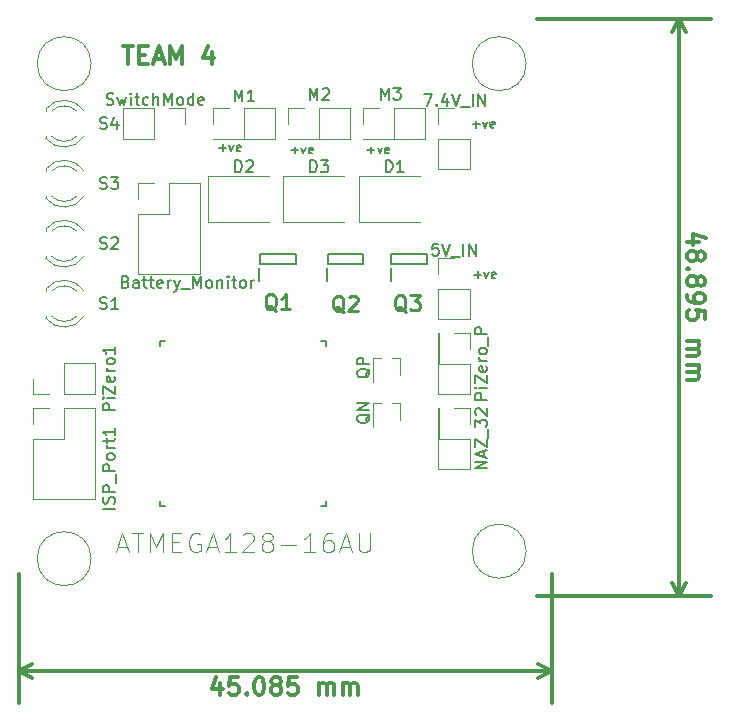
<source format=gto>
G04 #@! TF.FileFunction,Legend,Top*
%FSLAX46Y46*%
G04 Gerber Fmt 4.6, Leading zero omitted, Abs format (unit mm)*
G04 Created by KiCad (PCBNEW 4.0.7) date 04/11/18 21:21:16*
%MOMM*%
%LPD*%
G01*
G04 APERTURE LIST*
%ADD10C,0.100000*%
%ADD11C,0.300000*%
%ADD12C,0.187500*%
%ADD13C,0.120000*%
%ADD14C,0.200000*%
%ADD15C,0.152400*%
%ADD16C,0.150000*%
%ADD17C,0.254000*%
%ADD18C,0.050000*%
G04 APERTURE END LIST*
D10*
D11*
X146582501Y-129933571D02*
X146582501Y-130933571D01*
X146225358Y-129362143D02*
X145868215Y-130433571D01*
X146796787Y-130433571D01*
X148082501Y-129433571D02*
X147368215Y-129433571D01*
X147296786Y-130147857D01*
X147368215Y-130076429D01*
X147511072Y-130005000D01*
X147868215Y-130005000D01*
X148011072Y-130076429D01*
X148082501Y-130147857D01*
X148153929Y-130290714D01*
X148153929Y-130647857D01*
X148082501Y-130790714D01*
X148011072Y-130862143D01*
X147868215Y-130933571D01*
X147511072Y-130933571D01*
X147368215Y-130862143D01*
X147296786Y-130790714D01*
X148796786Y-130790714D02*
X148868214Y-130862143D01*
X148796786Y-130933571D01*
X148725357Y-130862143D01*
X148796786Y-130790714D01*
X148796786Y-130933571D01*
X149796786Y-129433571D02*
X149939643Y-129433571D01*
X150082500Y-129505000D01*
X150153929Y-129576429D01*
X150225358Y-129719286D01*
X150296786Y-130005000D01*
X150296786Y-130362143D01*
X150225358Y-130647857D01*
X150153929Y-130790714D01*
X150082500Y-130862143D01*
X149939643Y-130933571D01*
X149796786Y-130933571D01*
X149653929Y-130862143D01*
X149582500Y-130790714D01*
X149511072Y-130647857D01*
X149439643Y-130362143D01*
X149439643Y-130005000D01*
X149511072Y-129719286D01*
X149582500Y-129576429D01*
X149653929Y-129505000D01*
X149796786Y-129433571D01*
X151153929Y-130076429D02*
X151011071Y-130005000D01*
X150939643Y-129933571D01*
X150868214Y-129790714D01*
X150868214Y-129719286D01*
X150939643Y-129576429D01*
X151011071Y-129505000D01*
X151153929Y-129433571D01*
X151439643Y-129433571D01*
X151582500Y-129505000D01*
X151653929Y-129576429D01*
X151725357Y-129719286D01*
X151725357Y-129790714D01*
X151653929Y-129933571D01*
X151582500Y-130005000D01*
X151439643Y-130076429D01*
X151153929Y-130076429D01*
X151011071Y-130147857D01*
X150939643Y-130219286D01*
X150868214Y-130362143D01*
X150868214Y-130647857D01*
X150939643Y-130790714D01*
X151011071Y-130862143D01*
X151153929Y-130933571D01*
X151439643Y-130933571D01*
X151582500Y-130862143D01*
X151653929Y-130790714D01*
X151725357Y-130647857D01*
X151725357Y-130362143D01*
X151653929Y-130219286D01*
X151582500Y-130147857D01*
X151439643Y-130076429D01*
X153082500Y-129433571D02*
X152368214Y-129433571D01*
X152296785Y-130147857D01*
X152368214Y-130076429D01*
X152511071Y-130005000D01*
X152868214Y-130005000D01*
X153011071Y-130076429D01*
X153082500Y-130147857D01*
X153153928Y-130290714D01*
X153153928Y-130647857D01*
X153082500Y-130790714D01*
X153011071Y-130862143D01*
X152868214Y-130933571D01*
X152511071Y-130933571D01*
X152368214Y-130862143D01*
X152296785Y-130790714D01*
X154939642Y-130933571D02*
X154939642Y-129933571D01*
X154939642Y-130076429D02*
X155011070Y-130005000D01*
X155153928Y-129933571D01*
X155368213Y-129933571D01*
X155511070Y-130005000D01*
X155582499Y-130147857D01*
X155582499Y-130933571D01*
X155582499Y-130147857D02*
X155653928Y-130005000D01*
X155796785Y-129933571D01*
X156011070Y-129933571D01*
X156153928Y-130005000D01*
X156225356Y-130147857D01*
X156225356Y-130933571D01*
X156939642Y-130933571D02*
X156939642Y-129933571D01*
X156939642Y-130076429D02*
X157011070Y-130005000D01*
X157153928Y-129933571D01*
X157368213Y-129933571D01*
X157511070Y-130005000D01*
X157582499Y-130147857D01*
X157582499Y-130933571D01*
X157582499Y-130147857D02*
X157653928Y-130005000D01*
X157796785Y-129933571D01*
X158011070Y-129933571D01*
X158153928Y-130005000D01*
X158225356Y-130147857D01*
X158225356Y-130933571D01*
X174625000Y-128905000D02*
X129540000Y-128905000D01*
X174625000Y-120650000D02*
X174625000Y-131605000D01*
X129540000Y-120650000D02*
X129540000Y-131605000D01*
X129540000Y-128905000D02*
X130666504Y-128318579D01*
X129540000Y-128905000D02*
X130666504Y-129491421D01*
X174625000Y-128905000D02*
X173498496Y-128318579D01*
X174625000Y-128905000D02*
X173498496Y-129491421D01*
X187091429Y-92607501D02*
X186091429Y-92607501D01*
X187662857Y-92250358D02*
X186591429Y-91893215D01*
X186591429Y-92821787D01*
X186948571Y-93607501D02*
X187020000Y-93464643D01*
X187091429Y-93393215D01*
X187234286Y-93321786D01*
X187305714Y-93321786D01*
X187448571Y-93393215D01*
X187520000Y-93464643D01*
X187591429Y-93607501D01*
X187591429Y-93893215D01*
X187520000Y-94036072D01*
X187448571Y-94107501D01*
X187305714Y-94178929D01*
X187234286Y-94178929D01*
X187091429Y-94107501D01*
X187020000Y-94036072D01*
X186948571Y-93893215D01*
X186948571Y-93607501D01*
X186877143Y-93464643D01*
X186805714Y-93393215D01*
X186662857Y-93321786D01*
X186377143Y-93321786D01*
X186234286Y-93393215D01*
X186162857Y-93464643D01*
X186091429Y-93607501D01*
X186091429Y-93893215D01*
X186162857Y-94036072D01*
X186234286Y-94107501D01*
X186377143Y-94178929D01*
X186662857Y-94178929D01*
X186805714Y-94107501D01*
X186877143Y-94036072D01*
X186948571Y-93893215D01*
X186234286Y-94821786D02*
X186162857Y-94893214D01*
X186091429Y-94821786D01*
X186162857Y-94750357D01*
X186234286Y-94821786D01*
X186091429Y-94821786D01*
X186948571Y-95750358D02*
X187020000Y-95607500D01*
X187091429Y-95536072D01*
X187234286Y-95464643D01*
X187305714Y-95464643D01*
X187448571Y-95536072D01*
X187520000Y-95607500D01*
X187591429Y-95750358D01*
X187591429Y-96036072D01*
X187520000Y-96178929D01*
X187448571Y-96250358D01*
X187305714Y-96321786D01*
X187234286Y-96321786D01*
X187091429Y-96250358D01*
X187020000Y-96178929D01*
X186948571Y-96036072D01*
X186948571Y-95750358D01*
X186877143Y-95607500D01*
X186805714Y-95536072D01*
X186662857Y-95464643D01*
X186377143Y-95464643D01*
X186234286Y-95536072D01*
X186162857Y-95607500D01*
X186091429Y-95750358D01*
X186091429Y-96036072D01*
X186162857Y-96178929D01*
X186234286Y-96250358D01*
X186377143Y-96321786D01*
X186662857Y-96321786D01*
X186805714Y-96250358D01*
X186877143Y-96178929D01*
X186948571Y-96036072D01*
X186091429Y-97036071D02*
X186091429Y-97321786D01*
X186162857Y-97464643D01*
X186234286Y-97536071D01*
X186448571Y-97678929D01*
X186734286Y-97750357D01*
X187305714Y-97750357D01*
X187448571Y-97678929D01*
X187520000Y-97607500D01*
X187591429Y-97464643D01*
X187591429Y-97178929D01*
X187520000Y-97036071D01*
X187448571Y-96964643D01*
X187305714Y-96893214D01*
X186948571Y-96893214D01*
X186805714Y-96964643D01*
X186734286Y-97036071D01*
X186662857Y-97178929D01*
X186662857Y-97464643D01*
X186734286Y-97607500D01*
X186805714Y-97678929D01*
X186948571Y-97750357D01*
X187591429Y-99107500D02*
X187591429Y-98393214D01*
X186877143Y-98321785D01*
X186948571Y-98393214D01*
X187020000Y-98536071D01*
X187020000Y-98893214D01*
X186948571Y-99036071D01*
X186877143Y-99107500D01*
X186734286Y-99178928D01*
X186377143Y-99178928D01*
X186234286Y-99107500D01*
X186162857Y-99036071D01*
X186091429Y-98893214D01*
X186091429Y-98536071D01*
X186162857Y-98393214D01*
X186234286Y-98321785D01*
X186091429Y-100964642D02*
X187091429Y-100964642D01*
X186948571Y-100964642D02*
X187020000Y-101036070D01*
X187091429Y-101178928D01*
X187091429Y-101393213D01*
X187020000Y-101536070D01*
X186877143Y-101607499D01*
X186091429Y-101607499D01*
X186877143Y-101607499D02*
X187020000Y-101678928D01*
X187091429Y-101821785D01*
X187091429Y-102036070D01*
X187020000Y-102178928D01*
X186877143Y-102250356D01*
X186091429Y-102250356D01*
X186091429Y-102964642D02*
X187091429Y-102964642D01*
X186948571Y-102964642D02*
X187020000Y-103036070D01*
X187091429Y-103178928D01*
X187091429Y-103393213D01*
X187020000Y-103536070D01*
X186877143Y-103607499D01*
X186091429Y-103607499D01*
X186877143Y-103607499D02*
X187020000Y-103678928D01*
X187091429Y-103821785D01*
X187091429Y-104036070D01*
X187020000Y-104178928D01*
X186877143Y-104250356D01*
X186091429Y-104250356D01*
X185420000Y-73660000D02*
X185420000Y-122555000D01*
X173355000Y-73660000D02*
X188120000Y-73660000D01*
X173355000Y-122555000D02*
X188120000Y-122555000D01*
X185420000Y-122555000D02*
X184833579Y-121428496D01*
X185420000Y-122555000D02*
X186006421Y-121428496D01*
X185420000Y-73660000D02*
X184833579Y-74786504D01*
X185420000Y-73660000D02*
X186006421Y-74786504D01*
X138347143Y-76013571D02*
X139204286Y-76013571D01*
X138775715Y-77513571D02*
X138775715Y-76013571D01*
X139704286Y-76727857D02*
X140204286Y-76727857D01*
X140418572Y-77513571D02*
X139704286Y-77513571D01*
X139704286Y-76013571D01*
X140418572Y-76013571D01*
X140990000Y-77085000D02*
X141704286Y-77085000D01*
X140847143Y-77513571D02*
X141347143Y-76013571D01*
X141847143Y-77513571D01*
X142347143Y-77513571D02*
X142347143Y-76013571D01*
X142847143Y-77085000D01*
X143347143Y-76013571D01*
X143347143Y-77513571D01*
X145847143Y-76513571D02*
X145847143Y-77513571D01*
X145490000Y-75942143D02*
X145132857Y-77013571D01*
X146061429Y-77013571D01*
D12*
X159025543Y-84787971D02*
X159596972Y-84787971D01*
X159311258Y-85073686D02*
X159311258Y-84502257D01*
X159882686Y-84573686D02*
X160061257Y-85073686D01*
X160239829Y-84573686D01*
X160811258Y-85037971D02*
X160739829Y-85073686D01*
X160596972Y-85073686D01*
X160525543Y-85037971D01*
X160489829Y-84966543D01*
X160489829Y-84680829D01*
X160525543Y-84609400D01*
X160596972Y-84573686D01*
X160739829Y-84573686D01*
X160811258Y-84609400D01*
X160846972Y-84680829D01*
X160846972Y-84752257D01*
X160489829Y-84823686D01*
X152573943Y-84787971D02*
X153145372Y-84787971D01*
X152859658Y-85073686D02*
X152859658Y-84502257D01*
X153431086Y-84573686D02*
X153609657Y-85073686D01*
X153788229Y-84573686D01*
X154359658Y-85037971D02*
X154288229Y-85073686D01*
X154145372Y-85073686D01*
X154073943Y-85037971D01*
X154038229Y-84966543D01*
X154038229Y-84680829D01*
X154073943Y-84609400D01*
X154145372Y-84573686D01*
X154288229Y-84573686D01*
X154359658Y-84609400D01*
X154395372Y-84680829D01*
X154395372Y-84752257D01*
X154038229Y-84823686D01*
X146477943Y-84584771D02*
X147049372Y-84584771D01*
X146763658Y-84870486D02*
X146763658Y-84299057D01*
X147335086Y-84370486D02*
X147513657Y-84870486D01*
X147692229Y-84370486D01*
X148263658Y-84834771D02*
X148192229Y-84870486D01*
X148049372Y-84870486D01*
X147977943Y-84834771D01*
X147942229Y-84763343D01*
X147942229Y-84477629D01*
X147977943Y-84406200D01*
X148049372Y-84370486D01*
X148192229Y-84370486D01*
X148263658Y-84406200D01*
X148299372Y-84477629D01*
X148299372Y-84549057D01*
X147942229Y-84620486D01*
X168067943Y-95354371D02*
X168639372Y-95354371D01*
X168353658Y-95640086D02*
X168353658Y-95068657D01*
X168925086Y-95140086D02*
X169103657Y-95640086D01*
X169282229Y-95140086D01*
X169853658Y-95604371D02*
X169782229Y-95640086D01*
X169639372Y-95640086D01*
X169567943Y-95604371D01*
X169532229Y-95532943D01*
X169532229Y-95247229D01*
X169567943Y-95175800D01*
X169639372Y-95140086D01*
X169782229Y-95140086D01*
X169853658Y-95175800D01*
X169889372Y-95247229D01*
X169889372Y-95318657D01*
X169532229Y-95390086D01*
X167966343Y-82603571D02*
X168537772Y-82603571D01*
X168252058Y-82889286D02*
X168252058Y-82317857D01*
X168823486Y-82389286D02*
X169002057Y-82889286D01*
X169180629Y-82389286D01*
X169752058Y-82853571D02*
X169680629Y-82889286D01*
X169537772Y-82889286D01*
X169466343Y-82853571D01*
X169430629Y-82782143D01*
X169430629Y-82496429D01*
X169466343Y-82425000D01*
X169537772Y-82389286D01*
X169680629Y-82389286D01*
X169752058Y-82425000D01*
X169787772Y-82496429D01*
X169787772Y-82567857D01*
X169430629Y-82639286D01*
D13*
X135636000Y-77470000D02*
G75*
G03X135636000Y-77470000I-2286000J0D01*
G01*
X135636000Y-119380000D02*
G75*
G03X135636000Y-119380000I-2286000J0D01*
G01*
X172466000Y-77470000D02*
G75*
G03X172466000Y-77470000I-2286000J0D01*
G01*
X135022335Y-96711392D02*
G75*
G03X131790000Y-96554484I-1672335J-1078608D01*
G01*
X135022335Y-98868608D02*
G75*
G02X131790000Y-99025516I-1672335J1078608D01*
G01*
X134391130Y-96710163D02*
G75*
G03X132309039Y-96710000I-1041130J-1079837D01*
G01*
X134391130Y-98869837D02*
G75*
G02X132309039Y-98870000I-1041130J1079837D01*
G01*
X131790000Y-96554000D02*
X131790000Y-96710000D01*
X131790000Y-98870000D02*
X131790000Y-99026000D01*
X135022335Y-91631392D02*
G75*
G03X131790000Y-91474484I-1672335J-1078608D01*
G01*
X135022335Y-93788608D02*
G75*
G02X131790000Y-93945516I-1672335J1078608D01*
G01*
X134391130Y-91630163D02*
G75*
G03X132309039Y-91630000I-1041130J-1079837D01*
G01*
X134391130Y-93789837D02*
G75*
G02X132309039Y-93790000I-1041130J1079837D01*
G01*
X131790000Y-91474000D02*
X131790000Y-91630000D01*
X131790000Y-93790000D02*
X131790000Y-93946000D01*
X135022335Y-81471392D02*
G75*
G03X131790000Y-81314484I-1672335J-1078608D01*
G01*
X135022335Y-83628608D02*
G75*
G02X131790000Y-83785516I-1672335J1078608D01*
G01*
X134391130Y-81470163D02*
G75*
G03X132309039Y-81470000I-1041130J-1079837D01*
G01*
X134391130Y-83629837D02*
G75*
G02X132309039Y-83630000I-1041130J1079837D01*
G01*
X131790000Y-81314000D02*
X131790000Y-81470000D01*
X131790000Y-83630000D02*
X131790000Y-83786000D01*
X135022335Y-86551392D02*
G75*
G03X131790000Y-86394484I-1672335J-1078608D01*
G01*
X135022335Y-88708608D02*
G75*
G02X131790000Y-88865516I-1672335J1078608D01*
G01*
X134391130Y-86550163D02*
G75*
G03X132309039Y-86550000I-1041130J-1079837D01*
G01*
X134391130Y-88709837D02*
G75*
G02X132309039Y-88710000I-1041130J1079837D01*
G01*
X131790000Y-86394000D02*
X131790000Y-86550000D01*
X131790000Y-88710000D02*
X131790000Y-88866000D01*
X139640000Y-95310000D02*
X144840000Y-95310000D01*
X139640000Y-90170000D02*
X139640000Y-95310000D01*
X144840000Y-87570000D02*
X144840000Y-95310000D01*
X139640000Y-90170000D02*
X142240000Y-90170000D01*
X142240000Y-90170000D02*
X142240000Y-87570000D01*
X142240000Y-87570000D02*
X144840000Y-87570000D01*
X139640000Y-88900000D02*
X139640000Y-87570000D01*
X139640000Y-87570000D02*
X140970000Y-87570000D01*
X130750000Y-114360000D02*
X135950000Y-114360000D01*
X130750000Y-109220000D02*
X130750000Y-114360000D01*
X135950000Y-106620000D02*
X135950000Y-114360000D01*
X130750000Y-109220000D02*
X133350000Y-109220000D01*
X133350000Y-109220000D02*
X133350000Y-106620000D01*
X133350000Y-106620000D02*
X135950000Y-106620000D01*
X130750000Y-107950000D02*
X130750000Y-106620000D01*
X130750000Y-106620000D02*
X132080000Y-106620000D01*
X135950000Y-105470000D02*
X135950000Y-102810000D01*
X133350000Y-105470000D02*
X135950000Y-105470000D01*
X133350000Y-102810000D02*
X135950000Y-102810000D01*
X133350000Y-105470000D02*
X133350000Y-102810000D01*
X132080000Y-105470000D02*
X130750000Y-105470000D01*
X130750000Y-105470000D02*
X130750000Y-104140000D01*
D14*
X161048000Y-94410000D02*
X161048000Y-93610000D01*
X161048000Y-93610000D02*
X164072000Y-93610000D01*
X164072000Y-93610000D02*
X164072000Y-94410000D01*
X164072000Y-94410000D02*
X161048000Y-94410000D01*
X160985000Y-95860000D02*
X160985000Y-94760000D01*
D13*
X161140000Y-106220000D02*
X161800000Y-106220000D01*
X159480000Y-106220000D02*
X160140000Y-106220000D01*
X159480000Y-106220000D02*
X159480000Y-108250000D01*
X161800000Y-107630000D02*
X161800000Y-106220000D01*
D14*
X149938000Y-94410000D02*
X149938000Y-93610000D01*
X149938000Y-93610000D02*
X152962000Y-93610000D01*
X152962000Y-93610000D02*
X152962000Y-94410000D01*
X152962000Y-94410000D02*
X149938000Y-94410000D01*
X149875000Y-95860000D02*
X149875000Y-94760000D01*
D13*
X161140000Y-102410000D02*
X161800000Y-102410000D01*
X159480000Y-102410000D02*
X160140000Y-102410000D01*
X159480000Y-102410000D02*
X159480000Y-104440000D01*
X161800000Y-103820000D02*
X161800000Y-102410000D01*
D14*
X155648000Y-94410000D02*
X155648000Y-93610000D01*
X155648000Y-93610000D02*
X158672000Y-93610000D01*
X158672000Y-93610000D02*
X158672000Y-94410000D01*
X158672000Y-94410000D02*
X155648000Y-94410000D01*
X155585000Y-95860000D02*
X155585000Y-94760000D01*
D15*
X141490700Y-114528600D02*
X141490700Y-114960400D01*
X155079700Y-114960400D02*
X155511500Y-114960400D01*
X155511500Y-101371400D02*
X155511500Y-100939600D01*
X141922500Y-100939600D02*
X141490700Y-100939600D01*
X141490700Y-114960400D02*
X141922500Y-114960400D01*
X155511500Y-114960400D02*
X155511500Y-114528600D01*
X155511500Y-100939600D02*
X155079700Y-100939600D01*
X141490700Y-100939600D02*
X141490700Y-101371400D01*
D13*
X151910000Y-86950000D02*
X151910000Y-90850000D01*
X151910000Y-90850000D02*
X157060000Y-90850000D01*
X151910000Y-86950000D02*
X157060000Y-86950000D01*
X145560000Y-86950000D02*
X145560000Y-90850000D01*
X145560000Y-90850000D02*
X150710000Y-90850000D01*
X145560000Y-86950000D02*
X150710000Y-86950000D01*
X158320000Y-86950000D02*
X158320000Y-90850000D01*
X158320000Y-90850000D02*
X163470000Y-90850000D01*
X158320000Y-86950000D02*
X163470000Y-86950000D01*
X145990000Y-83880000D02*
X151190000Y-83880000D01*
X145990000Y-83820000D02*
X145990000Y-83880000D01*
X151190000Y-81220000D02*
X151190000Y-83880000D01*
X145990000Y-83820000D02*
X148590000Y-83820000D01*
X148590000Y-83820000D02*
X148590000Y-81220000D01*
X148590000Y-81220000D02*
X151190000Y-81220000D01*
X145990000Y-82550000D02*
X145990000Y-81220000D01*
X145990000Y-81220000D02*
X147320000Y-81220000D01*
X152340000Y-83880000D02*
X157540000Y-83880000D01*
X152340000Y-83820000D02*
X152340000Y-83880000D01*
X157540000Y-81220000D02*
X157540000Y-83880000D01*
X152340000Y-83820000D02*
X154940000Y-83820000D01*
X154940000Y-83820000D02*
X154940000Y-81220000D01*
X154940000Y-81220000D02*
X157540000Y-81220000D01*
X152340000Y-82550000D02*
X152340000Y-81220000D01*
X152340000Y-81220000D02*
X153670000Y-81220000D01*
X158690000Y-83880000D02*
X163890000Y-83880000D01*
X158690000Y-83820000D02*
X158690000Y-83880000D01*
X163890000Y-81220000D02*
X163890000Y-83880000D01*
X158690000Y-83820000D02*
X161290000Y-83820000D01*
X161290000Y-83820000D02*
X161290000Y-81220000D01*
X161290000Y-81220000D02*
X163890000Y-81220000D01*
X158690000Y-82550000D02*
X158690000Y-81220000D01*
X158690000Y-81220000D02*
X160020000Y-81220000D01*
X165040000Y-100270000D02*
X165040000Y-105470000D01*
X165100000Y-100270000D02*
X165040000Y-100270000D01*
X167700000Y-105470000D02*
X165040000Y-105470000D01*
X165100000Y-100270000D02*
X165100000Y-102870000D01*
X165100000Y-102870000D02*
X167700000Y-102870000D01*
X167700000Y-102870000D02*
X167700000Y-105470000D01*
X166370000Y-100270000D02*
X167700000Y-100270000D01*
X167700000Y-100270000D02*
X167700000Y-101600000D01*
X165040000Y-106620000D02*
X165040000Y-111820000D01*
X165100000Y-106620000D02*
X165040000Y-106620000D01*
X167700000Y-111820000D02*
X165040000Y-111820000D01*
X165100000Y-106620000D02*
X165100000Y-109220000D01*
X165100000Y-109220000D02*
X167700000Y-109220000D01*
X167700000Y-109220000D02*
X167700000Y-111820000D01*
X166370000Y-106620000D02*
X167700000Y-106620000D01*
X167700000Y-106620000D02*
X167700000Y-107950000D01*
X165040000Y-99120000D02*
X167700000Y-99120000D01*
X165040000Y-96520000D02*
X165040000Y-99120000D01*
X167700000Y-96520000D02*
X167700000Y-99120000D01*
X165040000Y-96520000D02*
X167700000Y-96520000D01*
X165040000Y-95250000D02*
X165040000Y-93920000D01*
X165040000Y-93920000D02*
X166370000Y-93920000D01*
X165040000Y-86420000D02*
X167700000Y-86420000D01*
X165040000Y-83820000D02*
X165040000Y-86420000D01*
X167700000Y-83820000D02*
X167700000Y-86420000D01*
X165040000Y-83820000D02*
X167700000Y-83820000D01*
X165040000Y-82550000D02*
X165040000Y-81220000D01*
X165040000Y-81220000D02*
X166370000Y-81220000D01*
X138370000Y-81220000D02*
X138370000Y-83880000D01*
X140970000Y-81220000D02*
X138370000Y-81220000D01*
X140970000Y-83880000D02*
X138370000Y-83880000D01*
X140970000Y-81220000D02*
X140970000Y-83880000D01*
X142240000Y-81220000D02*
X143570000Y-81220000D01*
X143570000Y-81220000D02*
X143570000Y-82550000D01*
X172466000Y-118745000D02*
G75*
G03X172466000Y-118745000I-2286000J0D01*
G01*
D16*
X136398095Y-98194762D02*
X136540952Y-98242381D01*
X136779048Y-98242381D01*
X136874286Y-98194762D01*
X136921905Y-98147143D01*
X136969524Y-98051905D01*
X136969524Y-97956667D01*
X136921905Y-97861429D01*
X136874286Y-97813810D01*
X136779048Y-97766190D01*
X136588571Y-97718571D01*
X136493333Y-97670952D01*
X136445714Y-97623333D01*
X136398095Y-97528095D01*
X136398095Y-97432857D01*
X136445714Y-97337619D01*
X136493333Y-97290000D01*
X136588571Y-97242381D01*
X136826667Y-97242381D01*
X136969524Y-97290000D01*
X137921905Y-98242381D02*
X137350476Y-98242381D01*
X137636190Y-98242381D02*
X137636190Y-97242381D01*
X137540952Y-97385238D01*
X137445714Y-97480476D01*
X137350476Y-97528095D01*
X136398095Y-93114762D02*
X136540952Y-93162381D01*
X136779048Y-93162381D01*
X136874286Y-93114762D01*
X136921905Y-93067143D01*
X136969524Y-92971905D01*
X136969524Y-92876667D01*
X136921905Y-92781429D01*
X136874286Y-92733810D01*
X136779048Y-92686190D01*
X136588571Y-92638571D01*
X136493333Y-92590952D01*
X136445714Y-92543333D01*
X136398095Y-92448095D01*
X136398095Y-92352857D01*
X136445714Y-92257619D01*
X136493333Y-92210000D01*
X136588571Y-92162381D01*
X136826667Y-92162381D01*
X136969524Y-92210000D01*
X137350476Y-92257619D02*
X137398095Y-92210000D01*
X137493333Y-92162381D01*
X137731429Y-92162381D01*
X137826667Y-92210000D01*
X137874286Y-92257619D01*
X137921905Y-92352857D01*
X137921905Y-92448095D01*
X137874286Y-92590952D01*
X137302857Y-93162381D01*
X137921905Y-93162381D01*
X136398095Y-82954762D02*
X136540952Y-83002381D01*
X136779048Y-83002381D01*
X136874286Y-82954762D01*
X136921905Y-82907143D01*
X136969524Y-82811905D01*
X136969524Y-82716667D01*
X136921905Y-82621429D01*
X136874286Y-82573810D01*
X136779048Y-82526190D01*
X136588571Y-82478571D01*
X136493333Y-82430952D01*
X136445714Y-82383333D01*
X136398095Y-82288095D01*
X136398095Y-82192857D01*
X136445714Y-82097619D01*
X136493333Y-82050000D01*
X136588571Y-82002381D01*
X136826667Y-82002381D01*
X136969524Y-82050000D01*
X137826667Y-82335714D02*
X137826667Y-83002381D01*
X137588571Y-81954762D02*
X137350476Y-82669048D01*
X137969524Y-82669048D01*
X136398095Y-88034762D02*
X136540952Y-88082381D01*
X136779048Y-88082381D01*
X136874286Y-88034762D01*
X136921905Y-87987143D01*
X136969524Y-87891905D01*
X136969524Y-87796667D01*
X136921905Y-87701429D01*
X136874286Y-87653810D01*
X136779048Y-87606190D01*
X136588571Y-87558571D01*
X136493333Y-87510952D01*
X136445714Y-87463333D01*
X136398095Y-87368095D01*
X136398095Y-87272857D01*
X136445714Y-87177619D01*
X136493333Y-87130000D01*
X136588571Y-87082381D01*
X136826667Y-87082381D01*
X136969524Y-87130000D01*
X137302857Y-87082381D02*
X137921905Y-87082381D01*
X137588571Y-87463333D01*
X137731429Y-87463333D01*
X137826667Y-87510952D01*
X137874286Y-87558571D01*
X137921905Y-87653810D01*
X137921905Y-87891905D01*
X137874286Y-87987143D01*
X137826667Y-88034762D01*
X137731429Y-88082381D01*
X137445714Y-88082381D01*
X137350476Y-88034762D01*
X137302857Y-87987143D01*
X138549714Y-95940571D02*
X138692571Y-95988190D01*
X138740190Y-96035810D01*
X138787809Y-96131048D01*
X138787809Y-96273905D01*
X138740190Y-96369143D01*
X138692571Y-96416762D01*
X138597333Y-96464381D01*
X138216380Y-96464381D01*
X138216380Y-95464381D01*
X138549714Y-95464381D01*
X138644952Y-95512000D01*
X138692571Y-95559619D01*
X138740190Y-95654857D01*
X138740190Y-95750095D01*
X138692571Y-95845333D01*
X138644952Y-95892952D01*
X138549714Y-95940571D01*
X138216380Y-95940571D01*
X139644952Y-96464381D02*
X139644952Y-95940571D01*
X139597333Y-95845333D01*
X139502095Y-95797714D01*
X139311618Y-95797714D01*
X139216380Y-95845333D01*
X139644952Y-96416762D02*
X139549714Y-96464381D01*
X139311618Y-96464381D01*
X139216380Y-96416762D01*
X139168761Y-96321524D01*
X139168761Y-96226286D01*
X139216380Y-96131048D01*
X139311618Y-96083429D01*
X139549714Y-96083429D01*
X139644952Y-96035810D01*
X139978285Y-95797714D02*
X140359237Y-95797714D01*
X140121142Y-95464381D02*
X140121142Y-96321524D01*
X140168761Y-96416762D01*
X140263999Y-96464381D01*
X140359237Y-96464381D01*
X140549714Y-95797714D02*
X140930666Y-95797714D01*
X140692571Y-95464381D02*
X140692571Y-96321524D01*
X140740190Y-96416762D01*
X140835428Y-96464381D01*
X140930666Y-96464381D01*
X141644953Y-96416762D02*
X141549715Y-96464381D01*
X141359238Y-96464381D01*
X141264000Y-96416762D01*
X141216381Y-96321524D01*
X141216381Y-95940571D01*
X141264000Y-95845333D01*
X141359238Y-95797714D01*
X141549715Y-95797714D01*
X141644953Y-95845333D01*
X141692572Y-95940571D01*
X141692572Y-96035810D01*
X141216381Y-96131048D01*
X142121143Y-96464381D02*
X142121143Y-95797714D01*
X142121143Y-95988190D02*
X142168762Y-95892952D01*
X142216381Y-95845333D01*
X142311619Y-95797714D01*
X142406858Y-95797714D01*
X142644953Y-95797714D02*
X142883048Y-96464381D01*
X143121144Y-95797714D02*
X142883048Y-96464381D01*
X142787810Y-96702476D01*
X142740191Y-96750095D01*
X142644953Y-96797714D01*
X143264001Y-96559619D02*
X144025906Y-96559619D01*
X144264001Y-96464381D02*
X144264001Y-95464381D01*
X144597335Y-96178667D01*
X144930668Y-95464381D01*
X144930668Y-96464381D01*
X145549715Y-96464381D02*
X145454477Y-96416762D01*
X145406858Y-96369143D01*
X145359239Y-96273905D01*
X145359239Y-95988190D01*
X145406858Y-95892952D01*
X145454477Y-95845333D01*
X145549715Y-95797714D01*
X145692573Y-95797714D01*
X145787811Y-95845333D01*
X145835430Y-95892952D01*
X145883049Y-95988190D01*
X145883049Y-96273905D01*
X145835430Y-96369143D01*
X145787811Y-96416762D01*
X145692573Y-96464381D01*
X145549715Y-96464381D01*
X146311620Y-95797714D02*
X146311620Y-96464381D01*
X146311620Y-95892952D02*
X146359239Y-95845333D01*
X146454477Y-95797714D01*
X146597335Y-95797714D01*
X146692573Y-95845333D01*
X146740192Y-95940571D01*
X146740192Y-96464381D01*
X147216382Y-96464381D02*
X147216382Y-95797714D01*
X147216382Y-95464381D02*
X147168763Y-95512000D01*
X147216382Y-95559619D01*
X147264001Y-95512000D01*
X147216382Y-95464381D01*
X147216382Y-95559619D01*
X147549715Y-95797714D02*
X147930667Y-95797714D01*
X147692572Y-95464381D02*
X147692572Y-96321524D01*
X147740191Y-96416762D01*
X147835429Y-96464381D01*
X147930667Y-96464381D01*
X148406858Y-96464381D02*
X148311620Y-96416762D01*
X148264001Y-96369143D01*
X148216382Y-96273905D01*
X148216382Y-95988190D01*
X148264001Y-95892952D01*
X148311620Y-95845333D01*
X148406858Y-95797714D01*
X148549716Y-95797714D01*
X148644954Y-95845333D01*
X148692573Y-95892952D01*
X148740192Y-95988190D01*
X148740192Y-96273905D01*
X148692573Y-96369143D01*
X148644954Y-96416762D01*
X148549716Y-96464381D01*
X148406858Y-96464381D01*
X149168763Y-96464381D02*
X149168763Y-95797714D01*
X149168763Y-95988190D02*
X149216382Y-95892952D01*
X149264001Y-95845333D01*
X149359239Y-95797714D01*
X149454478Y-95797714D01*
X137612381Y-115140953D02*
X136612381Y-115140953D01*
X137564762Y-114712382D02*
X137612381Y-114569525D01*
X137612381Y-114331429D01*
X137564762Y-114236191D01*
X137517143Y-114188572D01*
X137421905Y-114140953D01*
X137326667Y-114140953D01*
X137231429Y-114188572D01*
X137183810Y-114236191D01*
X137136190Y-114331429D01*
X137088571Y-114521906D01*
X137040952Y-114617144D01*
X136993333Y-114664763D01*
X136898095Y-114712382D01*
X136802857Y-114712382D01*
X136707619Y-114664763D01*
X136660000Y-114617144D01*
X136612381Y-114521906D01*
X136612381Y-114283810D01*
X136660000Y-114140953D01*
X137612381Y-113712382D02*
X136612381Y-113712382D01*
X136612381Y-113331429D01*
X136660000Y-113236191D01*
X136707619Y-113188572D01*
X136802857Y-113140953D01*
X136945714Y-113140953D01*
X137040952Y-113188572D01*
X137088571Y-113236191D01*
X137136190Y-113331429D01*
X137136190Y-113712382D01*
X137707619Y-112950477D02*
X137707619Y-112188572D01*
X137612381Y-111950477D02*
X136612381Y-111950477D01*
X136612381Y-111569524D01*
X136660000Y-111474286D01*
X136707619Y-111426667D01*
X136802857Y-111379048D01*
X136945714Y-111379048D01*
X137040952Y-111426667D01*
X137088571Y-111474286D01*
X137136190Y-111569524D01*
X137136190Y-111950477D01*
X137612381Y-110807620D02*
X137564762Y-110902858D01*
X137517143Y-110950477D01*
X137421905Y-110998096D01*
X137136190Y-110998096D01*
X137040952Y-110950477D01*
X136993333Y-110902858D01*
X136945714Y-110807620D01*
X136945714Y-110664762D01*
X136993333Y-110569524D01*
X137040952Y-110521905D01*
X137136190Y-110474286D01*
X137421905Y-110474286D01*
X137517143Y-110521905D01*
X137564762Y-110569524D01*
X137612381Y-110664762D01*
X137612381Y-110807620D01*
X137612381Y-110045715D02*
X136945714Y-110045715D01*
X137136190Y-110045715D02*
X137040952Y-109998096D01*
X136993333Y-109950477D01*
X136945714Y-109855239D01*
X136945714Y-109760000D01*
X136945714Y-109569524D02*
X136945714Y-109188572D01*
X136612381Y-109426667D02*
X137469524Y-109426667D01*
X137564762Y-109379048D01*
X137612381Y-109283810D01*
X137612381Y-109188572D01*
X137612381Y-108331428D02*
X137612381Y-108902857D01*
X137612381Y-108617143D02*
X136612381Y-108617143D01*
X136755238Y-108712381D01*
X136850476Y-108807619D01*
X136898095Y-108902857D01*
X137612381Y-106782857D02*
X136612381Y-106782857D01*
X136612381Y-106401904D01*
X136660000Y-106306666D01*
X136707619Y-106259047D01*
X136802857Y-106211428D01*
X136945714Y-106211428D01*
X137040952Y-106259047D01*
X137088571Y-106306666D01*
X137136190Y-106401904D01*
X137136190Y-106782857D01*
X137612381Y-105782857D02*
X136945714Y-105782857D01*
X136612381Y-105782857D02*
X136660000Y-105830476D01*
X136707619Y-105782857D01*
X136660000Y-105735238D01*
X136612381Y-105782857D01*
X136707619Y-105782857D01*
X136612381Y-105401905D02*
X136612381Y-104735238D01*
X137612381Y-105401905D01*
X137612381Y-104735238D01*
X137564762Y-103973333D02*
X137612381Y-104068571D01*
X137612381Y-104259048D01*
X137564762Y-104354286D01*
X137469524Y-104401905D01*
X137088571Y-104401905D01*
X136993333Y-104354286D01*
X136945714Y-104259048D01*
X136945714Y-104068571D01*
X136993333Y-103973333D01*
X137088571Y-103925714D01*
X137183810Y-103925714D01*
X137279048Y-104401905D01*
X137612381Y-103497143D02*
X136945714Y-103497143D01*
X137136190Y-103497143D02*
X137040952Y-103449524D01*
X136993333Y-103401905D01*
X136945714Y-103306667D01*
X136945714Y-103211428D01*
X137612381Y-102735238D02*
X137564762Y-102830476D01*
X137517143Y-102878095D01*
X137421905Y-102925714D01*
X137136190Y-102925714D01*
X137040952Y-102878095D01*
X136993333Y-102830476D01*
X136945714Y-102735238D01*
X136945714Y-102592380D01*
X136993333Y-102497142D01*
X137040952Y-102449523D01*
X137136190Y-102401904D01*
X137421905Y-102401904D01*
X137517143Y-102449523D01*
X137564762Y-102497142D01*
X137612381Y-102592380D01*
X137612381Y-102735238D01*
X137612381Y-101449523D02*
X137612381Y-102020952D01*
X137612381Y-101735238D02*
X136612381Y-101735238D01*
X136755238Y-101830476D01*
X136850476Y-101925714D01*
X136898095Y-102020952D01*
D17*
X162286648Y-98485476D02*
X162165695Y-98425000D01*
X162044743Y-98304048D01*
X161863314Y-98122619D01*
X161742362Y-98062143D01*
X161621410Y-98062143D01*
X161681886Y-98364524D02*
X161560933Y-98304048D01*
X161439981Y-98183095D01*
X161379505Y-97941190D01*
X161379505Y-97517857D01*
X161439981Y-97275952D01*
X161560933Y-97155000D01*
X161681886Y-97094524D01*
X161923790Y-97094524D01*
X162044743Y-97155000D01*
X162165695Y-97275952D01*
X162226171Y-97517857D01*
X162226171Y-97941190D01*
X162165695Y-98183095D01*
X162044743Y-98304048D01*
X161923790Y-98364524D01*
X161681886Y-98364524D01*
X162649505Y-97094524D02*
X163435695Y-97094524D01*
X163012362Y-97578333D01*
X163193790Y-97578333D01*
X163314743Y-97638810D01*
X163375219Y-97699286D01*
X163435695Y-97820238D01*
X163435695Y-98122619D01*
X163375219Y-98243571D01*
X163314743Y-98304048D01*
X163193790Y-98364524D01*
X162830933Y-98364524D01*
X162709981Y-98304048D01*
X162649505Y-98243571D01*
D16*
X159237619Y-107142857D02*
X159190000Y-107238095D01*
X159094762Y-107333333D01*
X158951905Y-107476190D01*
X158904286Y-107571429D01*
X158904286Y-107666667D01*
X159142381Y-107619048D02*
X159094762Y-107714286D01*
X158999524Y-107809524D01*
X158809048Y-107857143D01*
X158475714Y-107857143D01*
X158285238Y-107809524D01*
X158190000Y-107714286D01*
X158142381Y-107619048D01*
X158142381Y-107428571D01*
X158190000Y-107333333D01*
X158285238Y-107238095D01*
X158475714Y-107190476D01*
X158809048Y-107190476D01*
X158999524Y-107238095D01*
X159094762Y-107333333D01*
X159142381Y-107428571D01*
X159142381Y-107619048D01*
X159142381Y-106761905D02*
X158142381Y-106761905D01*
X159142381Y-106190476D01*
X158142381Y-106190476D01*
D17*
X151313848Y-98383876D02*
X151192895Y-98323400D01*
X151071943Y-98202448D01*
X150890514Y-98021019D01*
X150769562Y-97960543D01*
X150648610Y-97960543D01*
X150709086Y-98262924D02*
X150588133Y-98202448D01*
X150467181Y-98081495D01*
X150406705Y-97839590D01*
X150406705Y-97416257D01*
X150467181Y-97174352D01*
X150588133Y-97053400D01*
X150709086Y-96992924D01*
X150950990Y-96992924D01*
X151071943Y-97053400D01*
X151192895Y-97174352D01*
X151253371Y-97416257D01*
X151253371Y-97839590D01*
X151192895Y-98081495D01*
X151071943Y-98202448D01*
X150950990Y-98262924D01*
X150709086Y-98262924D01*
X152462895Y-98262924D02*
X151737181Y-98262924D01*
X152100038Y-98262924D02*
X152100038Y-96992924D01*
X151979086Y-97174352D01*
X151858133Y-97295305D01*
X151737181Y-97355781D01*
D16*
X159237619Y-103309047D02*
X159190000Y-103404285D01*
X159094762Y-103499523D01*
X158951905Y-103642380D01*
X158904286Y-103737619D01*
X158904286Y-103832857D01*
X159142381Y-103785238D02*
X159094762Y-103880476D01*
X158999524Y-103975714D01*
X158809048Y-104023333D01*
X158475714Y-104023333D01*
X158285238Y-103975714D01*
X158190000Y-103880476D01*
X158142381Y-103785238D01*
X158142381Y-103594761D01*
X158190000Y-103499523D01*
X158285238Y-103404285D01*
X158475714Y-103356666D01*
X158809048Y-103356666D01*
X158999524Y-103404285D01*
X159094762Y-103499523D01*
X159142381Y-103594761D01*
X159142381Y-103785238D01*
X159142381Y-102928095D02*
X158142381Y-102928095D01*
X158142381Y-102547142D01*
X158190000Y-102451904D01*
X158237619Y-102404285D01*
X158332857Y-102356666D01*
X158475714Y-102356666D01*
X158570952Y-102404285D01*
X158618571Y-102451904D01*
X158666190Y-102547142D01*
X158666190Y-102928095D01*
D17*
X157054248Y-98536276D02*
X156933295Y-98475800D01*
X156812343Y-98354848D01*
X156630914Y-98173419D01*
X156509962Y-98112943D01*
X156389010Y-98112943D01*
X156449486Y-98415324D02*
X156328533Y-98354848D01*
X156207581Y-98233895D01*
X156147105Y-97991990D01*
X156147105Y-97568657D01*
X156207581Y-97326752D01*
X156328533Y-97205800D01*
X156449486Y-97145324D01*
X156691390Y-97145324D01*
X156812343Y-97205800D01*
X156933295Y-97326752D01*
X156993771Y-97568657D01*
X156993771Y-97991990D01*
X156933295Y-98233895D01*
X156812343Y-98354848D01*
X156691390Y-98415324D01*
X156449486Y-98415324D01*
X157477581Y-97266276D02*
X157538057Y-97205800D01*
X157659009Y-97145324D01*
X157961390Y-97145324D01*
X158082343Y-97205800D01*
X158142819Y-97266276D01*
X158203295Y-97387229D01*
X158203295Y-97508181D01*
X158142819Y-97689610D01*
X157417105Y-98415324D01*
X158203295Y-98415324D01*
D18*
X137871838Y-118383822D02*
X138654186Y-118383822D01*
X137715369Y-118853230D02*
X138263012Y-117210300D01*
X138810655Y-118853230D01*
X139123595Y-117210300D02*
X140062412Y-117210300D01*
X139593003Y-118853230D02*
X139593003Y-117210300D01*
X140610055Y-118853230D02*
X140610055Y-117210300D01*
X141157698Y-118383822D01*
X141705341Y-117210300D01*
X141705341Y-118853230D01*
X142487689Y-117992648D02*
X143035332Y-117992648D01*
X143270036Y-118853230D02*
X142487689Y-118853230D01*
X142487689Y-117210300D01*
X143270036Y-117210300D01*
X144834731Y-117288535D02*
X144678262Y-117210300D01*
X144443557Y-117210300D01*
X144208853Y-117288535D01*
X144052384Y-117445005D01*
X143974149Y-117601474D01*
X143895914Y-117914413D01*
X143895914Y-118149117D01*
X143974149Y-118462056D01*
X144052384Y-118618526D01*
X144208853Y-118774995D01*
X144443557Y-118853230D01*
X144600027Y-118853230D01*
X144834731Y-118774995D01*
X144912966Y-118696761D01*
X144912966Y-118149117D01*
X144600027Y-118149117D01*
X145538844Y-118383822D02*
X146321192Y-118383822D01*
X145382375Y-118853230D02*
X145930018Y-117210300D01*
X146477661Y-118853230D01*
X147885887Y-118853230D02*
X146947070Y-118853230D01*
X147416479Y-118853230D02*
X147416479Y-117210300D01*
X147260009Y-117445005D01*
X147103540Y-117601474D01*
X146947070Y-117679709D01*
X148511765Y-117366770D02*
X148590000Y-117288535D01*
X148746469Y-117210300D01*
X149137643Y-117210300D01*
X149294113Y-117288535D01*
X149372347Y-117366770D01*
X149450582Y-117523239D01*
X149450582Y-117679709D01*
X149372347Y-117914413D01*
X148433530Y-118853230D01*
X149450582Y-118853230D01*
X150389399Y-117914413D02*
X150232930Y-117836178D01*
X150154695Y-117757944D01*
X150076460Y-117601474D01*
X150076460Y-117523239D01*
X150154695Y-117366770D01*
X150232930Y-117288535D01*
X150389399Y-117210300D01*
X150702338Y-117210300D01*
X150858808Y-117288535D01*
X150937042Y-117366770D01*
X151015277Y-117523239D01*
X151015277Y-117601474D01*
X150937042Y-117757944D01*
X150858808Y-117836178D01*
X150702338Y-117914413D01*
X150389399Y-117914413D01*
X150232930Y-117992648D01*
X150154695Y-118070883D01*
X150076460Y-118227352D01*
X150076460Y-118540291D01*
X150154695Y-118696761D01*
X150232930Y-118774995D01*
X150389399Y-118853230D01*
X150702338Y-118853230D01*
X150858808Y-118774995D01*
X150937042Y-118696761D01*
X151015277Y-118540291D01*
X151015277Y-118227352D01*
X150937042Y-118070883D01*
X150858808Y-117992648D01*
X150702338Y-117914413D01*
X151719390Y-118227352D02*
X152971146Y-118227352D01*
X154614076Y-118853230D02*
X153675259Y-118853230D01*
X154144668Y-118853230D02*
X154144668Y-117210300D01*
X153988198Y-117445005D01*
X153831729Y-117601474D01*
X153675259Y-117679709D01*
X156022302Y-117210300D02*
X155709363Y-117210300D01*
X155552893Y-117288535D01*
X155474658Y-117366770D01*
X155318189Y-117601474D01*
X155239954Y-117914413D01*
X155239954Y-118540291D01*
X155318189Y-118696761D01*
X155396424Y-118774995D01*
X155552893Y-118853230D01*
X155865832Y-118853230D01*
X156022302Y-118774995D01*
X156100536Y-118696761D01*
X156178771Y-118540291D01*
X156178771Y-118149117D01*
X156100536Y-117992648D01*
X156022302Y-117914413D01*
X155865832Y-117836178D01*
X155552893Y-117836178D01*
X155396424Y-117914413D01*
X155318189Y-117992648D01*
X155239954Y-118149117D01*
X156804649Y-118383822D02*
X157586997Y-118383822D01*
X156648180Y-118853230D02*
X157195823Y-117210300D01*
X157743466Y-118853230D01*
X158291110Y-117210300D02*
X158291110Y-118540291D01*
X158369345Y-118696761D01*
X158447579Y-118774995D01*
X158604049Y-118853230D01*
X158916988Y-118853230D01*
X159073457Y-118774995D01*
X159151692Y-118696761D01*
X159229927Y-118540291D01*
X159229927Y-117210300D01*
D16*
X154171905Y-86652381D02*
X154171905Y-85652381D01*
X154410000Y-85652381D01*
X154552858Y-85700000D01*
X154648096Y-85795238D01*
X154695715Y-85890476D01*
X154743334Y-86080952D01*
X154743334Y-86223810D01*
X154695715Y-86414286D01*
X154648096Y-86509524D01*
X154552858Y-86604762D01*
X154410000Y-86652381D01*
X154171905Y-86652381D01*
X155076667Y-85652381D02*
X155695715Y-85652381D01*
X155362381Y-86033333D01*
X155505239Y-86033333D01*
X155600477Y-86080952D01*
X155648096Y-86128571D01*
X155695715Y-86223810D01*
X155695715Y-86461905D01*
X155648096Y-86557143D01*
X155600477Y-86604762D01*
X155505239Y-86652381D01*
X155219524Y-86652381D01*
X155124286Y-86604762D01*
X155076667Y-86557143D01*
X147821905Y-86652381D02*
X147821905Y-85652381D01*
X148060000Y-85652381D01*
X148202858Y-85700000D01*
X148298096Y-85795238D01*
X148345715Y-85890476D01*
X148393334Y-86080952D01*
X148393334Y-86223810D01*
X148345715Y-86414286D01*
X148298096Y-86509524D01*
X148202858Y-86604762D01*
X148060000Y-86652381D01*
X147821905Y-86652381D01*
X148774286Y-85747619D02*
X148821905Y-85700000D01*
X148917143Y-85652381D01*
X149155239Y-85652381D01*
X149250477Y-85700000D01*
X149298096Y-85747619D01*
X149345715Y-85842857D01*
X149345715Y-85938095D01*
X149298096Y-86080952D01*
X148726667Y-86652381D01*
X149345715Y-86652381D01*
X160581905Y-86652381D02*
X160581905Y-85652381D01*
X160820000Y-85652381D01*
X160962858Y-85700000D01*
X161058096Y-85795238D01*
X161105715Y-85890476D01*
X161153334Y-86080952D01*
X161153334Y-86223810D01*
X161105715Y-86414286D01*
X161058096Y-86509524D01*
X160962858Y-86604762D01*
X160820000Y-86652381D01*
X160581905Y-86652381D01*
X162105715Y-86652381D02*
X161534286Y-86652381D01*
X161820000Y-86652381D02*
X161820000Y-85652381D01*
X161724762Y-85795238D01*
X161629524Y-85890476D01*
X161534286Y-85938095D01*
X147780476Y-80672381D02*
X147780476Y-79672381D01*
X148113810Y-80386667D01*
X148447143Y-79672381D01*
X148447143Y-80672381D01*
X149447143Y-80672381D02*
X148875714Y-80672381D01*
X149161428Y-80672381D02*
X149161428Y-79672381D01*
X149066190Y-79815238D01*
X148970952Y-79910476D01*
X148875714Y-79958095D01*
X154130476Y-80563981D02*
X154130476Y-79563981D01*
X154463810Y-80278267D01*
X154797143Y-79563981D01*
X154797143Y-80563981D01*
X155225714Y-79659219D02*
X155273333Y-79611600D01*
X155368571Y-79563981D01*
X155606667Y-79563981D01*
X155701905Y-79611600D01*
X155749524Y-79659219D01*
X155797143Y-79754457D01*
X155797143Y-79849695D01*
X155749524Y-79992552D01*
X155178095Y-80563981D01*
X155797143Y-80563981D01*
X160175676Y-80513181D02*
X160175676Y-79513181D01*
X160509010Y-80227467D01*
X160842343Y-79513181D01*
X160842343Y-80513181D01*
X161223295Y-79513181D02*
X161842343Y-79513181D01*
X161509009Y-79894133D01*
X161651867Y-79894133D01*
X161747105Y-79941752D01*
X161794724Y-79989371D01*
X161842343Y-80084610D01*
X161842343Y-80322705D01*
X161794724Y-80417943D01*
X161747105Y-80465562D01*
X161651867Y-80513181D01*
X161366152Y-80513181D01*
X161270914Y-80465562D01*
X161223295Y-80417943D01*
X169152381Y-105917619D02*
X168152381Y-105917619D01*
X168152381Y-105536666D01*
X168200000Y-105441428D01*
X168247619Y-105393809D01*
X168342857Y-105346190D01*
X168485714Y-105346190D01*
X168580952Y-105393809D01*
X168628571Y-105441428D01*
X168676190Y-105536666D01*
X168676190Y-105917619D01*
X169152381Y-104917619D02*
X168485714Y-104917619D01*
X168152381Y-104917619D02*
X168200000Y-104965238D01*
X168247619Y-104917619D01*
X168200000Y-104870000D01*
X168152381Y-104917619D01*
X168247619Y-104917619D01*
X168152381Y-104536667D02*
X168152381Y-103870000D01*
X169152381Y-104536667D01*
X169152381Y-103870000D01*
X169104762Y-103108095D02*
X169152381Y-103203333D01*
X169152381Y-103393810D01*
X169104762Y-103489048D01*
X169009524Y-103536667D01*
X168628571Y-103536667D01*
X168533333Y-103489048D01*
X168485714Y-103393810D01*
X168485714Y-103203333D01*
X168533333Y-103108095D01*
X168628571Y-103060476D01*
X168723810Y-103060476D01*
X168819048Y-103536667D01*
X169152381Y-102631905D02*
X168485714Y-102631905D01*
X168676190Y-102631905D02*
X168580952Y-102584286D01*
X168533333Y-102536667D01*
X168485714Y-102441429D01*
X168485714Y-102346190D01*
X169152381Y-101870000D02*
X169104762Y-101965238D01*
X169057143Y-102012857D01*
X168961905Y-102060476D01*
X168676190Y-102060476D01*
X168580952Y-102012857D01*
X168533333Y-101965238D01*
X168485714Y-101870000D01*
X168485714Y-101727142D01*
X168533333Y-101631904D01*
X168580952Y-101584285D01*
X168676190Y-101536666D01*
X168961905Y-101536666D01*
X169057143Y-101584285D01*
X169104762Y-101631904D01*
X169152381Y-101727142D01*
X169152381Y-101870000D01*
X169247619Y-101346190D02*
X169247619Y-100584285D01*
X169152381Y-100346190D02*
X168152381Y-100346190D01*
X168152381Y-99965237D01*
X168200000Y-99869999D01*
X168247619Y-99822380D01*
X168342857Y-99774761D01*
X168485714Y-99774761D01*
X168580952Y-99822380D01*
X168628571Y-99869999D01*
X168676190Y-99965237D01*
X168676190Y-100346190D01*
X169152381Y-111743810D02*
X168152381Y-111743810D01*
X169152381Y-111172381D01*
X168152381Y-111172381D01*
X168866667Y-110743810D02*
X168866667Y-110267619D01*
X169152381Y-110839048D02*
X168152381Y-110505715D01*
X169152381Y-110172381D01*
X168152381Y-109934286D02*
X168152381Y-109267619D01*
X169152381Y-109934286D01*
X169152381Y-109267619D01*
X169247619Y-109124762D02*
X169247619Y-108362857D01*
X168152381Y-108220000D02*
X168152381Y-107600952D01*
X168533333Y-107934286D01*
X168533333Y-107791428D01*
X168580952Y-107696190D01*
X168628571Y-107648571D01*
X168723810Y-107600952D01*
X168961905Y-107600952D01*
X169057143Y-107648571D01*
X169104762Y-107696190D01*
X169152381Y-107791428D01*
X169152381Y-108077143D01*
X169104762Y-108172381D01*
X169057143Y-108220000D01*
X168247619Y-107220000D02*
X168200000Y-107172381D01*
X168152381Y-107077143D01*
X168152381Y-106839047D01*
X168200000Y-106743809D01*
X168247619Y-106696190D01*
X168342857Y-106648571D01*
X168438095Y-106648571D01*
X168580952Y-106696190D01*
X169152381Y-107267619D01*
X169152381Y-106648571D01*
X165036667Y-92721181D02*
X164560476Y-92721181D01*
X164512857Y-93197371D01*
X164560476Y-93149752D01*
X164655714Y-93102133D01*
X164893810Y-93102133D01*
X164989048Y-93149752D01*
X165036667Y-93197371D01*
X165084286Y-93292610D01*
X165084286Y-93530705D01*
X165036667Y-93625943D01*
X164989048Y-93673562D01*
X164893810Y-93721181D01*
X164655714Y-93721181D01*
X164560476Y-93673562D01*
X164512857Y-93625943D01*
X165370000Y-92721181D02*
X165703333Y-93721181D01*
X166036667Y-92721181D01*
X166131905Y-93816419D02*
X166893810Y-93816419D01*
X167131905Y-93721181D02*
X167131905Y-92721181D01*
X167608095Y-93721181D02*
X167608095Y-92721181D01*
X168179524Y-93721181D01*
X168179524Y-92721181D01*
X163852553Y-80021181D02*
X164519220Y-80021181D01*
X164090648Y-81021181D01*
X164900172Y-80925943D02*
X164947791Y-80973562D01*
X164900172Y-81021181D01*
X164852553Y-80973562D01*
X164900172Y-80925943D01*
X164900172Y-81021181D01*
X165804934Y-80354514D02*
X165804934Y-81021181D01*
X165566838Y-79973562D02*
X165328743Y-80687848D01*
X165947791Y-80687848D01*
X166185886Y-80021181D02*
X166519219Y-81021181D01*
X166852553Y-80021181D01*
X166947791Y-81116419D02*
X167709696Y-81116419D01*
X167947791Y-81021181D02*
X167947791Y-80021181D01*
X168423981Y-81021181D02*
X168423981Y-80021181D01*
X168995410Y-81021181D01*
X168995410Y-80021181D01*
X136952552Y-80922762D02*
X137095409Y-80970381D01*
X137333505Y-80970381D01*
X137428743Y-80922762D01*
X137476362Y-80875143D01*
X137523981Y-80779905D01*
X137523981Y-80684667D01*
X137476362Y-80589429D01*
X137428743Y-80541810D01*
X137333505Y-80494190D01*
X137143028Y-80446571D01*
X137047790Y-80398952D01*
X137000171Y-80351333D01*
X136952552Y-80256095D01*
X136952552Y-80160857D01*
X137000171Y-80065619D01*
X137047790Y-80018000D01*
X137143028Y-79970381D01*
X137381124Y-79970381D01*
X137523981Y-80018000D01*
X137857314Y-80303714D02*
X138047790Y-80970381D01*
X138238267Y-80494190D01*
X138428743Y-80970381D01*
X138619219Y-80303714D01*
X139000171Y-80970381D02*
X139000171Y-80303714D01*
X139000171Y-79970381D02*
X138952552Y-80018000D01*
X139000171Y-80065619D01*
X139047790Y-80018000D01*
X139000171Y-79970381D01*
X139000171Y-80065619D01*
X139333504Y-80303714D02*
X139714456Y-80303714D01*
X139476361Y-79970381D02*
X139476361Y-80827524D01*
X139523980Y-80922762D01*
X139619218Y-80970381D01*
X139714456Y-80970381D01*
X140476362Y-80922762D02*
X140381124Y-80970381D01*
X140190647Y-80970381D01*
X140095409Y-80922762D01*
X140047790Y-80875143D01*
X140000171Y-80779905D01*
X140000171Y-80494190D01*
X140047790Y-80398952D01*
X140095409Y-80351333D01*
X140190647Y-80303714D01*
X140381124Y-80303714D01*
X140476362Y-80351333D01*
X140904933Y-80970381D02*
X140904933Y-79970381D01*
X141333505Y-80970381D02*
X141333505Y-80446571D01*
X141285886Y-80351333D01*
X141190648Y-80303714D01*
X141047790Y-80303714D01*
X140952552Y-80351333D01*
X140904933Y-80398952D01*
X141809695Y-80970381D02*
X141809695Y-79970381D01*
X142143029Y-80684667D01*
X142476362Y-79970381D01*
X142476362Y-80970381D01*
X143095409Y-80970381D02*
X143000171Y-80922762D01*
X142952552Y-80875143D01*
X142904933Y-80779905D01*
X142904933Y-80494190D01*
X142952552Y-80398952D01*
X143000171Y-80351333D01*
X143095409Y-80303714D01*
X143238267Y-80303714D01*
X143333505Y-80351333D01*
X143381124Y-80398952D01*
X143428743Y-80494190D01*
X143428743Y-80779905D01*
X143381124Y-80875143D01*
X143333505Y-80922762D01*
X143238267Y-80970381D01*
X143095409Y-80970381D01*
X144285886Y-80970381D02*
X144285886Y-79970381D01*
X144285886Y-80922762D02*
X144190648Y-80970381D01*
X144000171Y-80970381D01*
X143904933Y-80922762D01*
X143857314Y-80875143D01*
X143809695Y-80779905D01*
X143809695Y-80494190D01*
X143857314Y-80398952D01*
X143904933Y-80351333D01*
X144000171Y-80303714D01*
X144190648Y-80303714D01*
X144285886Y-80351333D01*
X145143029Y-80922762D02*
X145047791Y-80970381D01*
X144857314Y-80970381D01*
X144762076Y-80922762D01*
X144714457Y-80827524D01*
X144714457Y-80446571D01*
X144762076Y-80351333D01*
X144857314Y-80303714D01*
X145047791Y-80303714D01*
X145143029Y-80351333D01*
X145190648Y-80446571D01*
X145190648Y-80541810D01*
X144714457Y-80637048D01*
M02*

</source>
